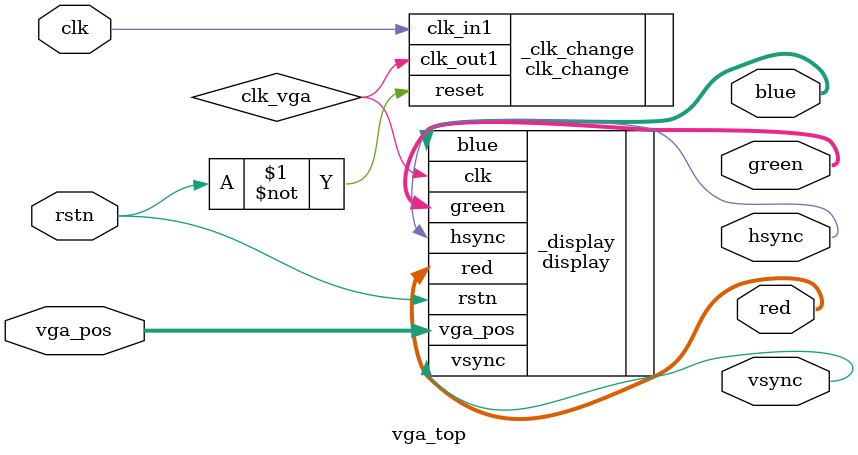
<source format=v>
`timescale 1ns / 1ps

module vga_top(
    input   wire        clk,
    input   wire        rstn,
    input   wire[31:0]  vga_pos,
    
    output  wire        hsync,
    output  wire        vsync,
    output  wire[3:0]   red,
    output  wire[3:0]   green,
    output  wire[3:0]   blue
    );
    
    wire clk_vga;
    clk_change _clk_change(
        .clk_out1(clk_vga),
        .reset(~rstn),
        .clk_in1(clk)
    );
    
    display _display(
        .clk(clk_vga),
        .rstn(rstn),
        .vga_pos(vga_pos),
        .hsync(hsync),
        .vsync(vsync),
        .red(red),
        .green(green),
        .blue(blue)
    );
endmodule

</source>
